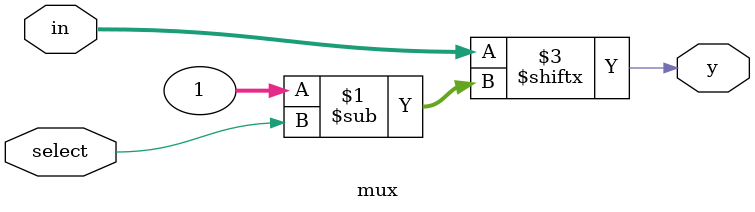
<source format=v>
module bitset (input [3:0] x, input [1:0] index,
        input value, output [3:0] y);

	wire [3:0] decToMux;

    decoder dec(index, decToMux);
    mux mux3({x[3], value}, decToMux[3], y[3]);
    mux mux2({x[2], value}, decToMux[2], y[2]);
    mux mux1({x[1], value}, decToMux[1], y[1]);
    mux mux0({x[0], value}, decToMux[0], y[0]);
endmodule

module decoder (
        input [1:0] index,
        output [3:0] out
        );

    assign out = 0001 << index;
endmodule

module mux (
        input[0:1] in,
        input select,
        output y
        );
    assign y = in[select];   
endmodule
</source>
